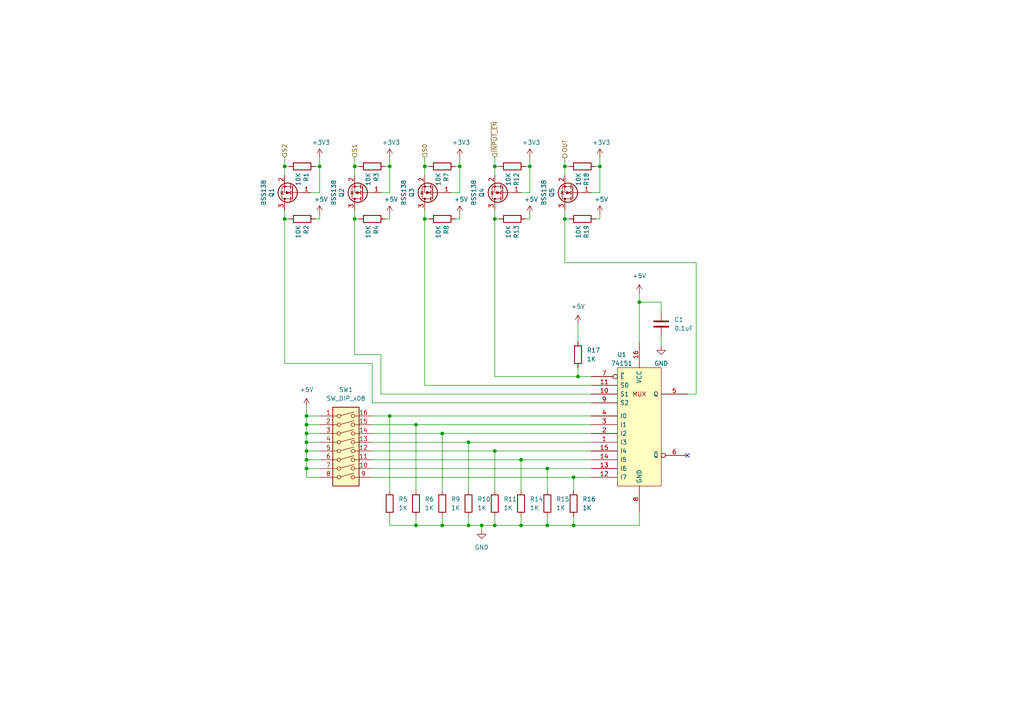
<source format=kicad_sch>
(kicad_sch (version 20211123) (generator eeschema)
  (paper "A4")
  (title_block (title "RP2040/Pico Main Control Board") (date "2022-11-20") (rev "0.2") (company "Sidings Media") (comment 1 "Licence: CERN-OHL-P-2.0 or any later version"))
  (lib_symbols
    (symbol "74xx_IEEE:74151" (pin_names (offset 0.762))
      (property "Reference" "U?" (at -5.08 20.32 0))
      (property "Value" "74151" (at -5.08 17.78 0))
      (symbol "74151_0_0"
        (rectangle (start -6.35 16.51) (end 6.35 -17.78) (fill (type background)))
        (text "MUX" (at 0 8.89 0) (effects (font (size 1.27 1.27))))
        (pin power_in line (at 0 24.13 270) (length 7.62) (name "VCC") (number "16"))
        (pin power_in line (at 0 -25.4 90) (length 7.62) (name "GND") (number "8"))
      )
      (symbol "74151_1_1"
        (pin input line (at -13.97 -5.08 0) (length 7.62) (name "I3") (number "1"))
        (pin input line (at -13.97 8.89 0) (length 7.62) (name "S1") (number "10"))
        (pin input line (at -13.97 11.43 0) (length 7.62) (name "S0") (number "11"))
        (pin input line (at -13.97 -15.24 0) (length 7.62) (name "I7") (number "12"))
        (pin input line (at -13.97 -12.7 0) (length 7.62) (name "I6") (number "13"))
        (pin input line (at -13.97 -10.16 0) (length 7.62) (name "I5") (number "14"))
        (pin input line (at -13.97 -7.62 0) (length 7.62) (name "I4") (number "15"))
        (pin input line (at -13.97 -2.54 0) (length 7.62) (name "I2") (number "2"))
        (pin input line (at -13.97 0 0) (length 7.62) (name "I1") (number "3"))
        (pin input line (at -13.97 2.54 0) (length 7.62) (name "I0") (number "4"))
        (pin output line (at 13.97 8.89 180) (length 7.62) (name "Q") (number "5"))
        (pin output inverted (at 13.97 -8.89 180) (length 7.62) (name "~{Q}") (number "6"))
        (pin input inverted (at -13.97 13.97 0) (length 7.62) (name "~{E}") (number "7"))
        (pin input line (at -13.97 6.35 0) (length 7.62) (name "S2") (number "9"))
      )
    )
    (symbol "Device:C" (pin_numbers hide) (pin_names (offset 0.254))
      (property "Reference" "C" (at 0.635 2.54 0))
      (property "Value" "C" (at 0.635 -2.54 0))
      (symbol "C_0_1"
        (polyline (pts (xy -2.032 -0.762) (xy 2.032 -0.762)) (stroke (width 0.508)))
        (polyline (pts (xy -2.032 0.762) (xy 2.032 0.762)) (stroke (width 0.508)))
      )
      (symbol "C_1_1"
        (pin passive line (at 0 3.81 270) (length 2.794) (name "~") (number "1"))
        (pin passive line (at 0 -3.81 90) (length 2.794) (name "~") (number "2"))
      )
    )
    (symbol "Device:R" (pin_numbers hide) (pin_names (offset 0))
      (property "Reference" "R" (at 2.032 0 90))
      (property "Value" "R" (at 0 0 90))
      (symbol "R_0_1"
        (rectangle (start -1.016 -2.54) (end 1.016 2.54) (stroke (width 0.254)))
      )
      (symbol "R_1_1"
        (pin passive line (at 0 3.81 270) (length 1.27) (name "~") (number "1"))
        (pin passive line (at 0 -3.81 90) (length 1.27) (name "~") (number "2"))
      )
    )
    (symbol "Switch:SW_DIP_x08" (pin_names (offset 0) hide)
      (property "Reference" "SW" (at 0 13.97 0))
      (property "Value" "SW_DIP_x08" (at 0 -11.43 0))
      (symbol "SW_DIP_x08_0_0"
        (circle (center -2.032 -7.62) (radius 0.508))
        (circle (center -2.032 -5.08) (radius 0.508))
        (circle (center -2.032 -2.54) (radius 0.508))
        (circle (center -2.032 0) (radius 0.508))
        (circle (center -2.032 2.54) (radius 0.508))
        (circle (center -2.032 5.08) (radius 0.508))
        (circle (center -2.032 7.62) (radius 0.508))
        (circle (center -2.032 10.16) (radius 0.508))
        (polyline (pts (xy -1.524 -7.4676) (xy 2.3622 -6.4262)))
        (polyline (pts (xy -1.524 -4.9276) (xy 2.3622 -3.8862)))
        (polyline (pts (xy -1.524 -2.3876) (xy 2.3622 -1.3462)))
        (polyline (pts (xy -1.524 0.127) (xy 2.3622 1.1684)))
        (polyline (pts (xy -1.524 2.667) (xy 2.3622 3.7084)))
        (polyline (pts (xy -1.524 5.207) (xy 2.3622 6.2484)))
        (polyline (pts (xy -1.524 7.747) (xy 2.3622 8.7884)))
        (polyline (pts (xy -1.524 10.287) (xy 2.3622 11.3284)))
        (circle (center 2.032 -7.62) (radius 0.508))
        (circle (center 2.032 -5.08) (radius 0.508))
        (circle (center 2.032 -2.54) (radius 0.508))
        (circle (center 2.032 0) (radius 0.508))
        (circle (center 2.032 2.54) (radius 0.508))
        (circle (center 2.032 5.08) (radius 0.508))
        (circle (center 2.032 7.62) (radius 0.508))
        (circle (center 2.032 10.16) (radius 0.508))
      )
      (symbol "SW_DIP_x08_0_1"
        (rectangle (start -3.81 12.7) (end 3.81 -10.16) (stroke (width 0.254)) (fill (type background)))
      )
      (symbol "SW_DIP_x08_1_1"
        (pin passive line (at -7.62 10.16 0) (length 5.08) (name "~") (number "1"))
        (pin passive line (at 7.62 -5.08 180) (length 5.08) (name "~") (number "10"))
        (pin passive line (at 7.62 -2.54 180) (length 5.08) (name "~") (number "11"))
        (pin passive line (at 7.62 0 180) (length 5.08) (name "~") (number "12"))
        (pin passive line (at 7.62 2.54 180) (length 5.08) (name "~") (number "13"))
        (pin passive line (at 7.62 5.08 180) (length 5.08) (name "~") (number "14"))
        (pin passive line (at 7.62 7.62 180) (length 5.08) (name "~") (number "15"))
        (pin passive line (at 7.62 10.16 180) (length 5.08) (name "~") (number "16"))
        (pin passive line (at -7.62 7.62 0) (length 5.08) (name "~") (number "2"))
        (pin passive line (at -7.62 5.08 0) (length 5.08) (name "~") (number "3"))
        (pin passive line (at -7.62 2.54 0) (length 5.08) (name "~") (number "4"))
        (pin passive line (at -7.62 0 0) (length 5.08) (name "~") (number "5"))
        (pin passive line (at -7.62 -2.54 0) (length 5.08) (name "~") (number "6"))
        (pin passive line (at -7.62 -5.08 0) (length 5.08) (name "~") (number "7"))
        (pin passive line (at -7.62 -7.62 0) (length 5.08) (name "~") (number "8"))
        (pin passive line (at 7.62 -7.62 180) (length 5.08) (name "~") (number "9"))
      )
    )
    (symbol "Transistor_FET:BSS138" (pin_names hide)
      (property "Reference" "Q" (at 5.08 1.905 0))
      (property "Value" "BSS138" (at 5.08 0 0))
      (symbol "BSS138_0_1"
        (polyline (pts (xy 0.254 0) (xy -2.54 0)))
        (polyline (pts (xy 0.254 1.905) (xy 0.254 -1.905)) (stroke (width 0.254)))
        (polyline (pts (xy 0.762 -1.27) (xy 0.762 -2.286)) (stroke (width 0.254)))
        (polyline (pts (xy 0.762 0.508) (xy 0.762 -0.508)) (stroke (width 0.254)))
        (polyline (pts (xy 0.762 2.286) (xy 0.762 1.27)) (stroke (width 0.254)))
        (polyline (pts (xy 2.54 2.54) (xy 2.54 1.778)))
        (polyline (pts (xy 2.54 -2.54) (xy 2.54 0) (xy 0.762 0)))
        (polyline (pts (xy 0.762 -1.778) (xy 3.302 -1.778) (xy 3.302 1.778) (xy 0.762 1.778)))
        (polyline (pts (xy 1.016 0) (xy 2.032 0.381) (xy 2.032 -0.381) (xy 1.016 0)) (fill (type outline)))
        (polyline (pts (xy 2.794 0.508) (xy 2.921 0.381) (xy 3.683 0.381) (xy 3.81 0.254)))
        (polyline (pts (xy 3.302 0.381) (xy 2.921 -0.254) (xy 3.683 -0.254) (xy 3.302 0.381)))
        (circle (center 1.651 0) (radius 2.794) (stroke (width 0.254)))
        (circle (center 2.54 -1.778) (radius 0.254) (fill (type outline)))
        (circle (center 2.54 1.778) (radius 0.254) (fill (type outline)))
      )
      (symbol "BSS138_1_1"
        (pin input line (at -5.08 0 0) (length 2.54) (name "G") (number "1"))
        (pin passive line (at 2.54 -5.08 90) (length 2.54) (name "S") (number "2"))
        (pin passive line (at 2.54 5.08 270) (length 2.54) (name "D") (number "3"))
      )
    )
    (symbol "power:+3V3" (power) (pin_names (offset 0))
      (property "Value" "+3V3" (at 0 3.556 0))
      (symbol "+3V3_0_1"
        (polyline (pts (xy -0.762 1.27) (xy 0 2.54)))
        (polyline (pts (xy 0 0) (xy 0 2.54)))
        (polyline (pts (xy 0 2.54) (xy 0.762 1.27)))
      )
      (symbol "+3V3_1_1"
        (pin power_in line (at 0 0 90) (length 0) hide (name "+3V3") (number "1"))
      )
    )
    (symbol "power:+5V" (power) (pin_names (offset 0))
      (property "Value" "+5V" (at 0 3.556 0))
      (symbol "+5V_0_1"
        (polyline (pts (xy -0.762 1.27) (xy 0 2.54)))
        (polyline (pts (xy 0 0) (xy 0 2.54)))
        (polyline (pts (xy 0 2.54) (xy 0.762 1.27)))
      )
      (symbol "+5V_1_1"
        (pin power_in line (at 0 0 90) (length 0) hide (name "+5V") (number "1"))
      )
    )
    (symbol "power:GND" (power) (pin_names (offset 0))
      (property "Value" "GND" (at 0 -3.81 0))
      (symbol "GND_0_1"
        (polyline (pts (xy 0 0) (xy 0 -1.27) (xy 1.27 -1.27) (xy 0 -2.54) (xy -1.27 -1.27) (xy 0 -1.27)))
      )
      (symbol "GND_1_1"
        (pin power_in line (at 0 0 270) (length 0) hide (name "GND") (number "1"))
      )
    )
  )
  (junction (at 163.83 63.5))
  (junction (at 163.83 48.26))
  (junction (at 92.71 48.26))
  (junction (at 133.35 48.26))
  (junction (at 123.19 63.5))
  (junction (at 173.99 48.26))
  (junction (at 88.9 133.35))
  (junction (at 166.37 152.4))
  (junction (at 151.13 133.35))
  (junction (at 143.51 63.5))
  (junction (at 88.9 125.73))
  (junction (at 158.75 152.4))
  (junction (at 167.64 109.22))
  (junction (at 139.7 152.4))
  (junction (at 143.51 130.81))
  (junction (at 120.65 123.19))
  (junction (at 143.51 152.4))
  (junction (at 143.51 48.26))
  (junction (at 135.89 152.4))
  (junction (at 158.75 135.89))
  (junction (at 82.55 63.5))
  (junction (at 166.37 138.43))
  (junction (at 153.67 48.26))
  (junction (at 82.55 48.26))
  (junction (at 123.19 48.26))
  (junction (at 102.87 48.26))
  (junction (at 88.9 123.19))
  (junction (at 88.9 135.89))
  (junction (at 88.9 130.81))
  (junction (at 135.89 128.27))
  (junction (at 113.03 120.65))
  (junction (at 128.27 152.4))
  (junction (at 185.42 87.63))
  (junction (at 120.65 152.4))
  (junction (at 102.87 63.5))
  (junction (at 151.13 152.4))
  (junction (at 88.9 120.65))
  (junction (at 128.27 125.73))
  (junction (at 113.03 48.26))
  (junction (at 88.9 128.27))
  (no_connect (at 199.39 132.08))
  (wire (pts (xy 88.9 125.73) (xy 88.9 123.19)))
  (wire (pts (xy 102.87 48.26) (xy 102.87 50.8)))
  (wire (pts (xy 199.39 114.3) (xy 201.93 114.3)))
  (wire (pts (xy 151.13 152.4) (xy 158.75 152.4)))
  (wire (pts (xy 201.93 114.3) (xy 201.93 76.2)))
  (wire (pts (xy 92.71 133.35) (xy 88.9 133.35)))
  (wire (pts (xy 167.64 93.98) (xy 167.64 99.06)))
  (wire (pts (xy 171.45 109.22) (xy 167.64 109.22)))
  (wire (pts (xy 185.42 85.09) (xy 185.42 87.63)))
  (wire (pts (xy 123.19 63.5) (xy 124.46 63.5)))
  (wire (pts (xy 173.99 48.26) (xy 173.99 45.72)))
  (wire (pts (xy 143.51 130.81) (xy 143.51 142.24)))
  (wire (pts (xy 110.49 102.87) (xy 102.87 102.87)))
  (wire (pts (xy 163.83 60.96) (xy 163.83 63.5)))
  (wire (pts (xy 123.19 48.26) (xy 123.19 50.8)))
  (wire (pts (xy 123.19 63.5) (xy 123.19 111.76)))
  (wire (pts (xy 185.42 87.63) (xy 191.77 87.63)))
  (wire (pts (xy 123.19 45.72) (xy 123.19 48.26)))
  (wire (pts (xy 92.71 55.88) (xy 92.71 48.26)))
  (wire (pts (xy 120.65 149.86) (xy 120.65 152.4)))
  (wire (pts (xy 82.55 45.72) (xy 82.55 48.26)))
  (wire (pts (xy 113.03 120.65) (xy 171.45 120.65)))
  (wire (pts (xy 92.71 135.89) (xy 88.9 135.89)))
  (wire (pts (xy 135.89 152.4) (xy 139.7 152.4)))
  (wire (pts (xy 82.55 63.5) (xy 83.82 63.5)))
  (wire (pts (xy 107.95 128.27) (xy 135.89 128.27)))
  (wire (pts (xy 102.87 45.72) (xy 102.87 48.26)))
  (wire (pts (xy 113.03 48.26) (xy 113.03 45.72)))
  (wire (pts (xy 135.89 149.86) (xy 135.89 152.4)))
  (wire (pts (xy 167.64 109.22) (xy 167.64 106.68)))
  (wire (pts (xy 91.44 48.26) (xy 92.71 48.26)))
  (wire (pts (xy 133.35 62.23) (xy 133.35 63.5)))
  (wire (pts (xy 143.51 109.22) (xy 167.64 109.22)))
  (wire (pts (xy 92.71 48.26) (xy 92.71 45.72)))
  (wire (pts (xy 130.81 55.88) (xy 133.35 55.88)))
  (wire (pts (xy 82.55 48.26) (xy 82.55 50.8)))
  (wire (pts (xy 151.13 133.35) (xy 171.45 133.35)))
  (wire (pts (xy 133.35 48.26) (xy 133.35 45.72)))
  (wire (pts (xy 173.99 62.23) (xy 173.99 63.5)))
  (wire (pts (xy 102.87 63.5) (xy 102.87 102.87)))
  (wire (pts (xy 123.19 60.96) (xy 123.19 63.5)))
  (wire (pts (xy 171.45 55.88) (xy 173.99 55.88)))
  (wire (pts (xy 113.03 120.65) (xy 113.03 142.24)))
  (wire (pts (xy 139.7 152.4) (xy 143.51 152.4)))
  (wire (pts (xy 107.95 123.19) (xy 120.65 123.19)))
  (wire (pts (xy 110.49 55.88) (xy 113.03 55.88)))
  (wire (pts (xy 143.51 60.96) (xy 143.51 63.5)))
  (wire (pts (xy 166.37 138.43) (xy 171.45 138.43)))
  (wire (pts (xy 107.95 120.65) (xy 113.03 120.65)))
  (wire (pts (xy 151.13 133.35) (xy 151.13 142.24)))
  (wire (pts (xy 153.67 63.5) (xy 152.4 63.5)))
  (wire (pts (xy 173.99 55.88) (xy 173.99 48.26)))
  (wire (pts (xy 163.83 76.2) (xy 201.93 76.2)))
  (wire (pts (xy 143.51 152.4) (xy 151.13 152.4)))
  (wire (pts (xy 163.83 48.26) (xy 163.83 50.8)))
  (wire (pts (xy 163.83 76.2) (xy 163.83 63.5)))
  (wire (pts (xy 158.75 152.4) (xy 166.37 152.4)))
  (wire (pts (xy 107.95 130.81) (xy 143.51 130.81)))
  (wire (pts (xy 151.13 149.86) (xy 151.13 152.4)))
  (wire (pts (xy 165.1 48.26) (xy 163.83 48.26)))
  (wire (pts (xy 107.95 105.41) (xy 82.55 105.41)))
  (wire (pts (xy 143.51 63.5) (xy 143.51 109.22)))
  (wire (pts (xy 128.27 125.73) (xy 171.45 125.73)))
  (wire (pts (xy 153.67 55.88) (xy 153.67 48.26)))
  (wire (pts (xy 107.95 125.73) (xy 128.27 125.73)))
  (wire (pts (xy 153.67 62.23) (xy 153.67 63.5)))
  (wire (pts (xy 104.14 48.26) (xy 102.87 48.26)))
  (wire (pts (xy 120.65 123.19) (xy 120.65 142.24)))
  (wire (pts (xy 135.89 128.27) (xy 135.89 142.24)))
  (wire (pts (xy 92.71 125.73) (xy 88.9 125.73)))
  (wire (pts (xy 143.51 149.86) (xy 143.51 152.4)))
  (wire (pts (xy 191.77 87.63) (xy 191.77 90.17)))
  (wire (pts (xy 166.37 152.4) (xy 166.37 149.86)))
  (wire (pts (xy 143.51 48.26) (xy 143.51 50.8)))
  (wire (pts (xy 120.65 152.4) (xy 128.27 152.4)))
  (wire (pts (xy 143.51 63.5) (xy 144.78 63.5)))
  (wire (pts (xy 185.42 148.59) (xy 185.42 152.4)))
  (wire (pts (xy 92.71 130.81) (xy 88.9 130.81)))
  (wire (pts (xy 88.9 133.35) (xy 88.9 130.81)))
  (wire (pts (xy 92.71 138.43) (xy 88.9 138.43)))
  (wire (pts (xy 124.46 48.26) (xy 123.19 48.26)))
  (wire (pts (xy 90.17 55.88) (xy 92.71 55.88)))
  (wire (pts (xy 143.51 45.72) (xy 143.51 48.26)))
  (wire (pts (xy 166.37 138.43) (xy 166.37 142.24)))
  (wire (pts (xy 88.9 135.89) (xy 88.9 133.35)))
  (wire (pts (xy 191.77 97.79) (xy 191.77 100.33)))
  (wire (pts (xy 139.7 152.4) (xy 139.7 153.67)))
  (wire (pts (xy 111.76 48.26) (xy 113.03 48.26)))
  (wire (pts (xy 163.83 63.5) (xy 165.1 63.5)))
  (wire (pts (xy 133.35 63.5) (xy 132.08 63.5)))
  (wire (pts (xy 107.95 116.84) (xy 107.95 105.41)))
  (wire (pts (xy 88.9 128.27) (xy 88.9 125.73)))
  (wire (pts (xy 102.87 60.96) (xy 102.87 63.5)))
  (wire (pts (xy 113.03 63.5) (xy 111.76 63.5)))
  (wire (pts (xy 143.51 130.81) (xy 171.45 130.81)))
  (wire (pts (xy 185.42 87.63) (xy 185.42 99.06)))
  (wire (pts (xy 144.78 48.26) (xy 143.51 48.26)))
  (wire (pts (xy 107.95 138.43) (xy 166.37 138.43)))
  (wire (pts (xy 92.71 128.27) (xy 88.9 128.27)))
  (wire (pts (xy 113.03 152.4) (xy 120.65 152.4)))
  (wire (pts (xy 123.19 111.76) (xy 171.45 111.76)))
  (wire (pts (xy 158.75 135.89) (xy 171.45 135.89)))
  (wire (pts (xy 107.95 135.89) (xy 158.75 135.89)))
  (wire (pts (xy 120.65 123.19) (xy 171.45 123.19)))
  (wire (pts (xy 128.27 152.4) (xy 135.89 152.4)))
  (wire (pts (xy 83.82 48.26) (xy 82.55 48.26)))
  (wire (pts (xy 173.99 63.5) (xy 172.72 63.5)))
  (wire (pts (xy 110.49 114.3) (xy 171.45 114.3)))
  (wire (pts (xy 82.55 60.96) (xy 82.55 63.5)))
  (wire (pts (xy 172.72 48.26) (xy 173.99 48.26)))
  (wire (pts (xy 92.71 63.5) (xy 91.44 63.5)))
  (wire (pts (xy 153.67 48.26) (xy 153.67 45.72)))
  (wire (pts (xy 82.55 63.5) (xy 82.55 105.41)))
  (wire (pts (xy 185.42 152.4) (xy 166.37 152.4)))
  (wire (pts (xy 128.27 125.73) (xy 128.27 142.24)))
  (wire (pts (xy 152.4 48.26) (xy 153.67 48.26)))
  (wire (pts (xy 151.13 55.88) (xy 153.67 55.88)))
  (wire (pts (xy 158.75 135.89) (xy 158.75 142.24)))
  (wire (pts (xy 132.08 48.26) (xy 133.35 48.26)))
  (wire (pts (xy 92.71 62.23) (xy 92.71 63.5)))
  (wire (pts (xy 88.9 123.19) (xy 88.9 120.65)))
  (wire (pts (xy 88.9 138.43) (xy 88.9 135.89)))
  (wire (pts (xy 88.9 120.65) (xy 92.71 120.65)))
  (wire (pts (xy 102.87 63.5) (xy 104.14 63.5)))
  (wire (pts (xy 107.95 133.35) (xy 151.13 133.35)))
  (wire (pts (xy 135.89 128.27) (xy 171.45 128.27)))
  (wire (pts (xy 158.75 149.86) (xy 158.75 152.4)))
  (wire (pts (xy 107.95 116.84) (xy 171.45 116.84)))
  (wire (pts (xy 110.49 114.3) (xy 110.49 102.87)))
  (wire (pts (xy 113.03 149.86) (xy 113.03 152.4)))
  (wire (pts (xy 88.9 130.81) (xy 88.9 128.27)))
  (wire (pts (xy 163.83 45.72) (xy 163.83 48.26)))
  (wire (pts (xy 113.03 55.88) (xy 113.03 48.26)))
  (wire (pts (xy 113.03 62.23) (xy 113.03 63.5)))
  (wire (pts (xy 92.71 123.19) (xy 88.9 123.19)))
  (wire (pts (xy 133.35 55.88) (xy 133.35 48.26)))
  (wire (pts (xy 88.9 118.11) (xy 88.9 120.65)))
  (wire (pts (xy 128.27 149.86) (xy 128.27 152.4)))
  (hierarchical_label "OUT" (shape output) (at 163.83 45.72 90))
  (hierarchical_label "S1" (shape input) (at 102.87 45.72 90))
  (hierarchical_label "S2" (shape input) (at 82.55 45.72 90))
  (hierarchical_label "S0" (shape input) (at 123.19 45.72 90))
  (hierarchical_label "~{INPUT_EN}" (shape input) (at 143.51 45.72 90))
  (symbol (lib_id "Transistor_FET:BSS138") (at 146.05 55.88 180) (unit 1)
    (property "Reference" "Q4" (at 139.7254 55.88 90))
    (property "Value" "BSS138" (at 137.414 55.88 90))
    (property "Footprint" "Package_TO_SOT_SMD:SOT-23" (effects hide))
    (property "Datasheet" "https://www.fairchildsemi.com/datasheets/BS/BSS138.pdf" (effects hide))
  )
  (symbol (lib_id "Device:R") (at 167.64 102.87 0) (unit 1)
    (property "Reference" "R17" (at 170.18 101.5999 0) (effects (justify left)))
    (property "Value" "1K" (at 170.18 104.1399 0) (effects (justify left)))
    (property "Footprint" "Resistor_SMD:R_0402_1005Metric_Pad0.72x0.64mm_HandSolder" (effects hide))
  )
  (symbol (lib_id "power:+3V3") (at 173.99 45.72 0) (unit 1)
    (property "Reference" "#PWR012" (effects hide))
    (property "Value" "+3V3" (at 174.371 41.3258 0))
  )
  (symbol (lib_id "power:+5V") (at 173.99 62.23 0) (unit 1)
    (property "Reference" "#PWR013" (effects hide))
    (property "Value" "+5V" (at 174.371 57.8358 0))
  )
  (symbol (lib_id "Device:R") (at 148.59 48.26 90) (unit 1)
    (property "Reference" "R12" (at 149.7584 50.038 0) (effects (justify right)))
    (property "Value" "10K" (at 147.447 50.038 0) (effects (justify right)))
    (property "Footprint" "Resistor_SMD:R_0402_1005Metric_Pad0.72x0.64mm_HandSolder" (effects hide))
  )
  (symbol (lib_id "Device:R") (at 158.75 146.05 0) (unit 1)
    (property "Reference" "R15" (at 161.29 144.7799 0) (effects (justify left)))
    (property "Value" "1K" (at 161.29 147.3199 0) (effects (justify left)))
    (property "Footprint" "Resistor_SMD:R_0402_1005Metric_Pad0.72x0.64mm_HandSolder" (effects hide))
  )
  (symbol (lib_id "Device:R") (at 107.95 63.5 90) (unit 1)
    (property "Reference" "R4" (at 109.1184 65.278 0) (effects (justify right)))
    (property "Value" "10K" (at 106.807 65.278 0) (effects (justify right)))
    (property "Footprint" "Resistor_SMD:R_0402_1005Metric_Pad0.72x0.64mm_HandSolder" (effects hide))
  )
  (symbol (lib_id "power:+5V") (at 92.71 62.23 0) (unit 1)
    (property "Reference" "#PWR03" (effects hide))
    (property "Value" "+5V" (at 93.091 57.8358 0))
  )
  (symbol (lib_id "power:GND") (at 191.77 100.33 0) (unit 1)
    (property "Reference" "#PWR015" (effects hide))
    (property "Value" "GND" (at 191.77 105.41 0))
  )
  (symbol (lib_id "74xx_IEEE:74151") (at 185.42 123.19 0) (unit 1)
    (property "Reference" "U1" (at 180.34 102.87 0))
    (property "Value" "74151" (at 180.34 105.41 0))
    (property "Footprint" "Package_SO:SOIC-16_3.9x9.9mm_P1.27mm" (effects hide))
  )
  (symbol (lib_id "Device:R") (at 168.91 63.5 90) (unit 1)
    (property "Reference" "R19" (at 170.0784 65.278 0) (effects (justify right)))
    (property "Value" "10K" (at 167.767 65.278 0) (effects (justify right)))
    (property "Footprint" "Resistor_SMD:R_0402_1005Metric_Pad0.72x0.64mm_HandSolder" (effects hide))
  )
  (symbol (lib_id "Device:R") (at 107.95 48.26 90) (unit 1)
    (property "Reference" "R3" (at 109.1184 50.038 0) (effects (justify right)))
    (property "Value" "10K" (at 106.807 50.038 0) (effects (justify right)))
    (property "Footprint" "Resistor_SMD:R_0402_1005Metric_Pad0.72x0.64mm_HandSolder" (effects hide))
  )
  (symbol (lib_id "Device:R") (at 148.59 63.5 90) (unit 1)
    (property "Reference" "R13" (at 149.7584 65.278 0) (effects (justify right)))
    (property "Value" "10K" (at 147.447 65.278 0) (effects (justify right)))
    (property "Footprint" "Resistor_SMD:R_0402_1005Metric_Pad0.72x0.64mm_HandSolder" (effects hide))
  )
  (symbol (lib_id "Device:R") (at 168.91 48.26 90) (unit 1)
    (property "Reference" "R18" (at 170.0784 50.038 0) (effects (justify right)))
    (property "Value" "10K" (at 167.767 50.038 0) (effects (justify right)))
    (property "Footprint" "Resistor_SMD:R_0402_1005Metric_Pad0.72x0.64mm_HandSolder" (effects hide))
  )
  (symbol (lib_id "power:GND") (at 139.7 153.67 0) (unit 1)
    (property "Reference" "#PWR08" (effects hide))
    (property "Value" "GND" (at 139.7 158.75 0))
  )
  (symbol (lib_id "Device:R") (at 135.89 146.05 0) (unit 1)
    (property "Reference" "R10" (at 138.43 144.7799 0) (effects (justify left)))
    (property "Value" "1K" (at 138.43 147.3199 0) (effects (justify left)))
    (property "Footprint" "Resistor_SMD:R_0402_1005Metric_Pad0.72x0.64mm_HandSolder" (effects hide))
  )
  (symbol (lib_id "Device:R") (at 87.63 48.26 90) (unit 1)
    (property "Reference" "R1" (at 88.7984 50.038 0) (effects (justify right)))
    (property "Value" "10K" (at 86.487 50.038 0) (effects (justify right)))
    (property "Footprint" "Resistor_SMD:R_0402_1005Metric_Pad0.72x0.64mm_HandSolder" (effects hide))
  )
  (symbol (lib_id "power:+5V") (at 88.9 118.11 0) (unit 1)
    (property "Reference" "#PWR01" (effects hide))
    (property "Value" "+5V" (at 88.9 113.03 0))
  )
  (symbol (lib_id "Device:R") (at 87.63 63.5 90) (unit 1)
    (property "Reference" "R2" (at 88.7984 65.278 0) (effects (justify right)))
    (property "Value" "10K" (at 86.487 65.278 0) (effects (justify right)))
    (property "Footprint" "Resistor_SMD:R_0402_1005Metric_Pad0.72x0.64mm_HandSolder" (effects hide))
  )
  (symbol (lib_id "Device:R") (at 143.51 146.05 0) (unit 1)
    (property "Reference" "R11" (at 146.05 144.7799 0) (effects (justify left)))
    (property "Value" "1K" (at 146.05 147.3199 0) (effects (justify left)))
    (property "Footprint" "Resistor_SMD:R_0402_1005Metric_Pad0.72x0.64mm_HandSolder" (effects hide))
  )
  (symbol (lib_id "power:+3V3") (at 92.71 45.72 0) (unit 1)
    (property "Reference" "#PWR02" (effects hide))
    (property "Value" "+3V3" (at 93.091 41.3258 0))
  )
  (symbol (lib_id "Transistor_FET:BSS138") (at 125.73 55.88 180) (unit 1)
    (property "Reference" "Q3" (at 119.4054 55.88 90))
    (property "Value" "BSS138" (at 117.094 55.88 90))
    (property "Footprint" "Package_TO_SOT_SMD:SOT-23" (effects hide))
    (property "Datasheet" "https://www.fairchildsemi.com/datasheets/BS/BSS138.pdf" (effects hide))
  )
  (symbol (lib_id "Transistor_FET:BSS138") (at 85.09 55.88 180) (unit 1)
    (property "Reference" "Q1" (at 78.7654 55.88 90))
    (property "Value" "BSS138" (at 76.454 55.88 90))
    (property "Footprint" "Package_TO_SOT_SMD:SOT-23" (effects hide))
    (property "Datasheet" "https://www.fairchildsemi.com/datasheets/BS/BSS138.pdf" (effects hide))
  )
  (symbol (lib_id "power:+5V") (at 113.03 62.23 0) (unit 1)
    (property "Reference" "#PWR05" (effects hide))
    (property "Value" "+5V" (at 113.411 57.8358 0))
  )
  (symbol (lib_id "Transistor_FET:BSS138") (at 166.37 55.88 180) (unit 1)
    (property "Reference" "Q5" (at 160.0454 55.88 90))
    (property "Value" "BSS138" (at 157.734 55.88 90))
    (property "Footprint" "Package_TO_SOT_SMD:SOT-23" (effects hide))
    (property "Datasheet" "https://www.fairchildsemi.com/datasheets/BS/BSS138.pdf" (effects hide))
  )
  (symbol (lib_id "power:+5V") (at 167.64 93.98 0) (unit 1)
    (property "Reference" "#PWR011" (effects hide))
    (property "Value" "+5V" (at 167.64 88.9 0))
  )
  (symbol (lib_id "Device:R") (at 128.27 48.26 90) (unit 1)
    (property "Reference" "R7" (at 129.4384 50.038 0) (effects (justify right)))
    (property "Value" "10K" (at 127.127 50.038 0) (effects (justify right)))
    (property "Footprint" "Resistor_SMD:R_0402_1005Metric_Pad0.72x0.64mm_HandSolder" (effects hide))
  )
  (symbol (lib_id "Device:R") (at 113.03 146.05 0) (unit 1)
    (property "Reference" "R5" (at 115.57 144.7799 0) (effects (justify left)))
    (property "Value" "1K" (at 115.57 147.3199 0) (effects (justify left)))
    (property "Footprint" "Resistor_SMD:R_0402_1005Metric_Pad0.72x0.64mm_HandSolder" (effects hide))
  )
  (symbol (lib_id "Device:C") (at 191.77 93.98 0) (unit 1)
    (property "Reference" "C1" (at 195.58 92.7099 0) (effects (justify left)))
    (property "Value" "0.1uF" (at 195.58 95.2499 0) (effects (justify left)))
    (property "Footprint" "Capacitor_SMD:C_0402_1005Metric_Pad0.74x0.62mm_HandSolder" (effects hide))
  )
  (symbol (lib_id "power:+3V3") (at 153.67 45.72 0) (unit 1)
    (property "Reference" "#PWR09" (effects hide))
    (property "Value" "+3V3" (at 154.051 41.3258 0))
  )
  (symbol (lib_id "power:+5V") (at 153.67 62.23 0) (unit 1)
    (property "Reference" "#PWR010" (effects hide))
    (property "Value" "+5V" (at 154.051 57.8358 0))
  )
  (symbol (lib_id "Device:R") (at 166.37 146.05 0) (unit 1)
    (property "Reference" "R16" (at 168.91 144.7799 0) (effects (justify left)))
    (property "Value" "1K" (at 168.91 147.3199 0) (effects (justify left)))
    (property "Footprint" "Resistor_SMD:R_0402_1005Metric_Pad0.72x0.64mm_HandSolder" (effects hide))
  )
  (symbol (lib_id "power:+5V") (at 185.42 85.09 0) (unit 1)
    (property "Reference" "#PWR014" (effects hide))
    (property "Value" "+5V" (at 185.42 80.01 0))
  )
  (symbol (lib_id "Device:R") (at 120.65 146.05 0) (unit 1)
    (property "Reference" "R6" (at 123.19 144.7799 0) (effects (justify left)))
    (property "Value" "1K" (at 123.19 147.3199 0) (effects (justify left)))
    (property "Footprint" "Resistor_SMD:R_0402_1005Metric_Pad0.72x0.64mm_HandSolder" (effects hide))
  )
  (symbol (lib_id "Switch:SW_DIP_x08") (at 100.33 130.81 0) (unit 1)
    (property "Reference" "SW1" (at 100.33 113.03 0))
    (property "Value" "SW_DIP_x08" (at 100.33 115.57 0))
    (property "Footprint" "Button_Switch_THT:SW_DIP_SPSTx08_Slide_6.7x21.88mm_W7.62mm_P2.54mm_LowProfile" (effects hide))
  )
  (symbol (lib_id "Device:R") (at 128.27 146.05 0) (unit 1)
    (property "Reference" "R9" (at 130.81 144.7799 0) (effects (justify left)))
    (property "Value" "1K" (at 130.81 147.3199 0) (effects (justify left)))
    (property "Footprint" "Resistor_SMD:R_0402_1005Metric_Pad0.72x0.64mm_HandSolder" (effects hide))
  )
  (symbol (lib_id "power:+3V3") (at 113.03 45.72 0) (unit 1)
    (property "Reference" "#PWR04" (effects hide))
    (property "Value" "+3V3" (at 113.411 41.3258 0))
  )
  (symbol (lib_id "power:+3V3") (at 133.35 45.72 0) (unit 1)
    (property "Reference" "#PWR06" (effects hide))
    (property "Value" "+3V3" (at 133.731 41.3258 0))
  )
  (symbol (lib_id "Transistor_FET:BSS138") (at 105.41 55.88 180) (unit 1)
    (property "Reference" "Q2" (at 99.0854 55.88 90))
    (property "Value" "BSS138" (at 96.774 55.88 90))
    (property "Footprint" "Package_TO_SOT_SMD:SOT-23" (effects hide))
    (property "Datasheet" "https://www.fairchildsemi.com/datasheets/BS/BSS138.pdf" (effects hide))
  )
  (symbol (lib_id "power:+5V") (at 133.35 62.23 0) (unit 1)
    (property "Reference" "#PWR07" (effects hide))
    (property "Value" "+5V" (at 133.731 57.8358 0))
  )
  (symbol (lib_id "Device:R") (at 128.27 63.5 90) (unit 1)
    (property "Reference" "R8" (at 129.4384 65.278 0) (effects (justify right)))
    (property "Value" "10K" (at 127.127 65.278 0) (effects (justify right)))
    (property "Footprint" "Resistor_SMD:R_0402_1005Metric_Pad0.72x0.64mm_HandSolder" (effects hide))
  )
  (symbol (lib_id "Device:R") (at 151.13 146.05 0) (unit 1)
    (property "Reference" "R14" (at 153.67 144.7799 0) (effects (justify left)))
    (property "Value" "1K" (at 153.67 147.3199 0) (effects (justify left)))
    (property "Footprint" "Resistor_SMD:R_0402_1005Metric_Pad0.72x0.64mm_HandSolder" (effects hide))
  )
)
</source>
